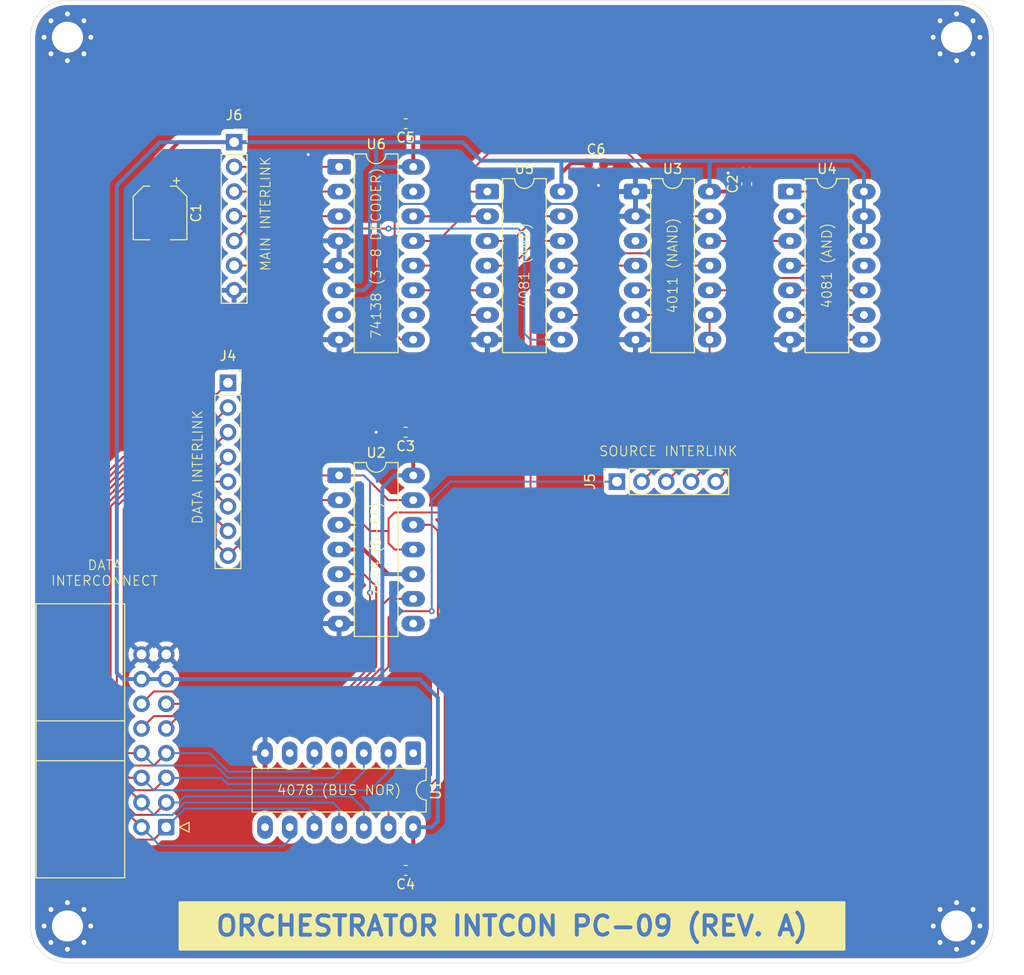
<source format=kicad_pcb>
(kicad_pcb (version 20241229) (generator "pcbnew") (generator_version "9.0")
  (title_block (title "Dual 8-Bit Register Unit") (date "2025-02-13") (rev "PC-01-A"))
  (layers (0 "F.Cu" signal) (2 "B.Cu" signal) (13 "F.Paste" user) (15 "B.Paste" user) (5 "F.SilkS" user "F.Silkscreen") (7 "B.SilkS" user "B.Silkscreen") (1 "F.Mask" user) (3 "B.Mask" user) (25 "Edge.Cuts" user))
  (net 0 "")
  (net 1 "/minusFlag")
  (net 2 "/zeroFlag")
  (net 6 "/zeroOnBus")
  (net 7 "/data3")
  (net 8 "GND")
  (net 9 "/data2")
  (net 10 "/clock")
  (net 11 "/data6")
  (net 12 "/data5")
  (net 13 "/data7")
  (net 14 "VCC")
  (net 15 "/data4")
  (net 16 "/data0")
  (net 17 "/data1")
  (net 18 "/~{reset}")
  (net 19 "/carryFlag")
  (net 20 "/dsrc0")
  (net 21 "/dtgt0")
  (net 22 "/dtgt2")
  (net 23 "/dsrc3")
  (net 24 "/dsrc2")
  (net 25 "/dsrc1")
  (net 26 "/dtgt1")
  (net 29 "/updateFlags")
  (net 30 "Net-(U6-~{Y6})")
  (net 32 "Net-(U6-~{Y2})")
  (net 33 "Net-(U6-~{Y4})")
  (net 34 "Net-(U6-~{Y3})")
  (net 35 "Net-(U6-~{Y1})")
  (net 39 "Net-(U5-Pad12)")
  (net 40 "Net-(U5-Pad13)")
  (net 41 "Net-(U4-Pad10)")
  (net 42 "Net-(U4-Pad2)")
  (net 43 "Net-(U3-Pad11)")
  (net 44 "Net-(U3-Pad12)")
  (net 45 "Net-(U3-Pad5)")
  (net 46 "Net-(U3-Pad4)")
  (net 48 "Net-(U3-Pad10)")
  (footprint "Connector_IDC:IDC-Header_2x08_P2.54mm_Horizontal" (layer "F.Cu") (at 54.61 107.95 180)
    (property "Reference" "DATA_BUS1" (hide yes))
    (property "Value" "Conn_01x16")
  )
  (footprint "Package_DIP:DIP-14_W7.62mm_LongPads" (layer "F.Cu") (at 80.01 100.33 -90)
    (property "Reference" "U1")
    (property "Value" "4078")
  )
  (footprint "Capacitor_SMD:C_0603_1608Metric" (layer "F.Cu") (at 114.3 41.77 90)
    (property "Reference" "C2")
    (property "Value" "C")
  )
  (footprint "Capacitor_SMD:C_0603_1608Metric" (layer "F.Cu") (at 98.819 39.624)
    (property "Reference" "C6")
    (property "Value" "C")
  )
  (footprint "Connector_PinSocket_2.54mm:PinSocket_1x08_P2.54mm_Vertical" (layer "F.Cu") (at 60.96 62.23)
    (property "Reference" "J4")
    (property "Value" "Conn_01x08")
  )
  (footprint "Connector_PinSocket_2.54mm:PinSocket_1x05_P2.54mm_Vertical" (layer "F.Cu") (at 100.96 72.39 90)
    (property "Reference" "J5")
    (property "Value" "Conn_01x05")
  )
  (footprint "Package_DIP:DIP-14_W7.62mm_LongPads" (layer "F.Cu") (at 72.39 71.755)
    (property "Reference" "U2")
    (property "Value" "74HC74")
  )
  (footprint "Package_DIP:DIP-16_W7.62mm_LongPads" (layer "F.Cu") (at 72.39 40.005)
    (property "Reference" "U6")
    (property "Value" "74HC138")
  )
  (footprint "Package_DIP:DIP-14_W7.62mm_LongPads" (layer "F.Cu") (at 102.87 42.545)
    (property "Reference" "U3")
    (property "Value" "4011")
  )
  (footprint "Capacitor_SMD:C_0603_1608Metric" (layer "F.Cu") (at 79.235 35.56 180)
    (property "Reference" "C5")
    (property "Value" "C")
  )
  (footprint "Package_DIP:DIP-14_W7.62mm_LongPads" (layer "F.Cu") (at 87.63 42.545)
    (property "Reference" "U5")
    (property "Value" "4081")
  )
  (footprint "MountingHole:MountingHole_3.2mm_M3_Pad_Via" (layer "F.Cu") (at 135.89 118.11)
    (property "Reference" "H3" (hide yes))
    (property "Value" "MountingHole_Pad")
  )
  (footprint "Capacitor_SMD:CP_Elec_5x5.3" (layer "F.Cu") (at 53.975 44.745 -90)
    (property "Reference" "C1")
    (property "Value" "C_Polarized")
  )
  (footprint "Capacitor_SMD:C_0603_1608Metric" (layer "F.Cu") (at 79.235 112.395 180)
    (property "Reference" "C4")
    (property "Value" "C")
  )
  (footprint "MountingHole:MountingHole_3.2mm_M3_Pad_Via" (layer "F.Cu") (at 44.45 26.67)
    (property "Reference" "H1" (hide yes))
    (property "Value" "MountingHole_Pad")
  )
  (footprint "Connector_PinSocket_2.54mm:PinSocket_1x07_P2.54mm_Vertical" (layer "F.Cu") (at 61.595 37.46)
    (property "Reference" "J6")
    (property "Value" "Conn_01x07")
  )
  (footprint "MountingHole:MountingHole_3.2mm_M3_Pad_Via" (layer "F.Cu") (at 135.89 26.67)
    (property "Reference" "H2" (hide yes))
    (property "Value" "MountingHole_Pad")
  )
  (footprint "Capacitor_SMD:C_0603_1608Metric" (layer "F.Cu") (at 79.235 67.31 180)
    (property "Reference" "C3")
    (property "Value" "C")
  )
  (footprint "MountingHole:MountingHole_3.2mm_M3_Pad_Via" (layer "F.Cu") (at 44.45 118.11)
    (property "Reference" "H4" (hide yes))
    (property "Value" "MountingHole_Pad")
  )
  (footprint "Package_DIP:DIP-14_W7.62mm_LongPads" (layer "F.Cu") (at 118.745 42.545)
    (property "Reference" "U4")
    (property "Value" "4081")
  )
  (gr_line (start 139.7 26.67) (end 139.7 118.11) (stroke (width 0.05)) (layer "Edge.Cuts"))
  (gr_arc (start 135.89 22.86) (mid 138.584077 23.975923) (end 139.7 26.67) (stroke (width 0.05)) (layer "Edge.Cuts"))
  (gr_line (start 40.64 118.11) (end 40.64 26.67) (stroke (width 0.05)) (layer "Edge.Cuts"))
  (gr_line (start 44.45 22.86) (end 135.89 22.86) (stroke (width 0.05)) (layer "Edge.Cuts"))
  (gr_line (start 135.89 121.92) (end 44.45 121.92) (stroke (width 0.05)) (layer "Edge.Cuts"))
  (gr_arc (start 44.45 121.92) (mid 41.755923 120.804077) (end 40.64 118.11) (stroke (width 0.05)) (layer "Edge.Cuts"))
  (gr_arc (start 139.7 118.11) (mid 138.584077 120.804077) (end 135.89 121.92) (stroke (width 0.05)) (layer "Edge.Cuts"))
  (gr_arc (start 40.64 26.67) (mid 41.755923 23.975923) (end 44.45 22.86) (stroke (width 0.05)) (layer "Edge.Cuts"))
  (gr_text "7474 (D-FF)" (at 76.2 79.375 90) (layer "F.SilkS") (effects (font (size 1 1) (thickness 0.1))))
  (gr_text "MAIN INTERLINK" (at 65.405 50.8 90) (layer "F.SilkS") (effects (font (size 1 1) (thickness 0.1)) (justify left bottom)))
  (gr_text "4078 (BUS NOR)" (at 72.39 104.14 0) (layer "F.SilkS") (effects (font (size 1 1) (thickness 0.1))))
  (gr_text "74138 (3-8 DECODER)" (at 76.2 48.895 90) (layer "F.SilkS") (effects (font (size 1 1) (thickness 0.1))))
  (gr_text "4081 (AND)" (at 91.44 50.165 90) (layer "F.SilkS") (effects (font (size 1 1) (thickness 0.1))))
  (gr_text "4011 (NAND)" (at 106.68 50.165 90) (layer "F.SilkS") (effects (font (size 1 1) (thickness 0.1))))
  (gr_text "DATA\nINTERCONNECT" (at 48.26 83.185 0) (layer "F.SilkS") (effects (font (size 1 1) (thickness 0.1)) (justify bottom)))
  (gr_text "DATA INTERLINK" (at 58.42 76.835 90) (layer "F.SilkS") (effects (font (size 1 1) (thickness 0.1)) (justify left bottom)))
  (gr_text "SOURCE INTERLINK" (at 99.06 69.85 0) (layer "F.SilkS") (effects (font (size 1 1) (thickness 0.1)) (justify left bottom)))
  (gr_text "4081 (AND)" (at 122.555 50.165 90) (layer "F.SilkS") (effects (font (size 1 1) (thickness 0.1))))
  (gr_text "ORCHESTRATOR INTCON PC-09 (REV. A)" (at 90.17 118.11 0) (layer "F.SilkS" knockout) (effects (font (size 2 2) (thickness 0.4) (bold yes))))
  (segment (start 54.61 95.25) (end 72.39 95.25) (width 0.2) (layer "F.Cu") (net 1))
  (segment (start 72.39 95.25) (end 76.2 91.44) (width 0.2) (layer "F.Cu") (net 1))
  (segment (start 76.2 83.185) (end 74.93 81.915) (width 0.2) (layer "F.Cu") (net 1))
  (segment (start 74.93 81.915) (end 72.39 81.915) (width 0.2) (layer "F.Cu") (net 1))
  (segment (start 76.2 91.44) (end 76.2 83.185) (width 0.2) (layer "F.Cu") (net 1))
  (segment (start 77.47 84.455) (end 80.01 84.455) (width 0.2) (layer "F.Cu") (net 2))
  (segment (start 53.34 96.52) (end 55.245 96.52) (width 0.2) (layer "F.Cu") (net 2))
  (segment (start 72.39 95.885) (end 55.88 95.885) (width 0.2) (layer "F.Cu") (net 2))
  (segment (start 76.835 91.44) (end 76.835 85.09) (width 0.2) (layer "F.Cu") (net 2))
  (segment (start 52.07 97.79) (end 53.34 96.52) (width 0.2) (layer "F.Cu") (net 2))
  (segment (start 55.88 95.885) (end 55.245 96.52) (width 0.2) (layer "F.Cu") (net 2))
  (segment (start 76.835 91.44) (end 72.39 95.885) (width 0.2) (layer "F.Cu") (net 2))
  (segment (start 76.835 85.09) (end 77.47 84.455) (width 0.2) (layer "F.Cu") (net 2))
  (segment (start 77.47 104.775) (end 77.47 107.95) (width 0.2) (layer "F.Cu") (net 6))
  (segment (start 78.105 104.14) (end 77.47 104.775) (width 0.2) (layer "F.Cu") (net 6))
  (segment (start 81.28 104.14) (end 78.105 104.14) (width 0.2) (layer "F.Cu") (net 6))
  (segment (start 82.55 77.47) (end 82.55 102.87) (width 0.2) (layer "F.Cu") (net 6))
  (segment (start 81.915 76.835) (end 82.55 77.47) (width 0.2) (layer "F.Cu") (net 6))
  (segment (start 82.55 102.87) (end 81.28 104.14) (width 0.2) (layer "F.Cu") (net 6))
  (segment (start 80.01 76.835) (end 81.915 76.835) (width 0.2) (layer "F.Cu") (net 6))
  (segment (start 50.165 71.755) (end 59.055 71.755) (width 0.2) (layer "F.Cu") (net 7))
  (segment (start 50.165 71.755) (end 46.99 74.93) (width 0.2) (layer "F.Cu") (net 7))
  (segment (start 52.07 105.41) (end 46.99 100.33) (width 0.2) (layer "F.Cu") (net 7))
  (segment (start 59.055 71.755) (end 60.96 69.85) (width 0.2) (layer "F.Cu") (net 7))
  (segment (start 46.99 100.33) (end 46.99 74.93) (width 0.2) (layer "F.Cu") (net 7))
  (segment (start 56.515 105.41) (end 71.755 105.41) (width 0.2) (layer "B.Cu") (net 7))
  (segment (start 72.39 106.045) (end 72.39 107.95) (width 0.2) (layer "B.Cu") (net 7))
  (segment (start 71.755 105.41) (end 72.39 106.045) (width 0.2) (layer "B.Cu") (net 7))
  (segment (start 53.34 106.68) (end 55.245 106.68) (width 0.2) (layer "B.Cu") (net 7))
  (segment (start 52.07 105.41) (end 53.34 106.68) (width 0.2) (layer "B.Cu") (net 7))
  (segment (start 55.245 106.68) (end 56.515 105.41) (width 0.2) (layer "B.Cu") (net 7))
  (via (at 76.2 67.31) (size 0.6) (drill 0.3) (layers "F.Cu" "B.Cu") (net 8))
  (via (at 112.395 40.64) (size 0.6) (drill 0.3) (layers "F.Cu" "B.Cu") (net 8))
  (via (at 99.06 41.91) (size 0.6) (drill 0.3) (layers "F.Cu" "B.Cu") (net 8))
  (via (at 69.215 38.735) (size 0.6) (drill 0.3) (layers "F.Cu" "B.Cu") (net 8))
  (segment (start 78.105 43.815) (end 98.425 43.815) (width 0.2) (layer "B.Cu") (net 8))
  (segment (start 51.435 106.68) (end 53.34 106.68) (width 0.2) (layer "F.Cu") (net 9))
  (segment (start 57.15 71.12) (end 50.165 71.12) (width 0.2) (layer "F.Cu") (net 9))
  (segment (start 46.355 101.6) (end 51.435 106.68) (width 0.2) (layer "F.Cu") (net 9))
  (segment (start 60.96 67.31) (end 57.15 71.12) (width 0.2) (layer "F.Cu") (net 9))
  (segment (start 53.34 106.68) (end 54.61 105.41) (width 0.2) (layer "F.Cu") (net 9))
  (segment (start 46.355 74.93) (end 46.355 101.6) (width 0.2) (layer "F.Cu") (net 9))
  (segment (start 46.355 74.93) (end 50.165 71.12) (width 0.2) (layer "F.Cu") (net 9))
  (segment (start 74.93 106.045) (end 74.93 107.95) (width 0.2) (layer "B.Cu") (net 9))
  (segment (start 73.66 104.775) (end 74.93 106.045) (width 0.2) (layer "B.Cu") (net 9))
  (segment (start 55.88 105.41) (end 56.515 104.775) (width 0.2) (layer "B.Cu") (net 9))
  (segment (start 56.515 104.775) (end 73.66 104.775) (width 0.2) (layer "B.Cu") (net 9))
  (segment (start 54.61 105.41) (end 55.88 105.41) (width 0.2) (layer "B.Cu") (net 9))
  (segment (start 77.47 46.355) (end 62.86 46.355) (width 0.2) (layer "F.Cu") (net 10))
  (segment (start 62.86 46.355) (end 61.595 47.62) (width 0.2) (layer "F.Cu") (net 10))
  (via (at 77.47 46.355) (size 0.6) (drill 0.3) (layers "F.Cu" "B.Cu") (net 10))
  (segment (start 91.44 57.15) (end 92.075 57.785) (width 0.2) (layer "B.Cu") (net 10))
  (segment (start 91.44 46.99) (end 91.44 57.15) (width 0.2) (layer "B.Cu") (net 10))
  (segment (start 77.47 46.355) (end 90.805 46.355) (width 0.2) (layer "B.Cu") (net 10))
  (segment (start 92.075 57.785) (end 95.25 57.785) (width 0.2) (layer "B.Cu") (net 10))
  (segment (start 90.805 46.355) (end 91.44 46.99) (width 0.2) (layer "B.Cu") (net 10))
  (segment (start 60.96 77.47) (end 57.15 73.66) (width 0.2) (layer "F.Cu") (net 11))
  (segment (start 48.895 74.93) (end 48.895 100.33) (width 0.2) (layer "F.Cu") (net 11))
  (segment (start 53.34 101.6) (end 54.61 100.33) (width 0.2) (layer "F.Cu") (net 11))
  (segment (start 57.15 73.66) (end 50.165 73.66) (width 0.2) (layer "F.Cu") (net 11))
  (segment (start 50.165 73.66) (end 48.895 74.93) (width 0.2) (layer "F.Cu") (net 11))
  (segment (start 50.165 101.6) (end 53.34 101.6) (width 0.2) (layer "F.Cu") (net 11))
  (segment (start 48.895 100.33) (end 50.165 101.6) (width 0.2) (layer "F.Cu") (net 11))
  (segment (start 60.96 102.235) (end 69.215 102.235) (width 0.2) (layer "B.Cu") (net 11))
  (segment (start 59.055 100.33) (end 60.96 102.235) (width 0.2) (layer "B.Cu") (net 11))
  (segment (start 69.85 101.6) (end 69.215 102.235) (width 0.2) (layer "B.Cu") (net 11))
  (segment (start 54.61 100.33) (end 59.055 100.33) (width 0.2) (layer "B.Cu") (net 11))
  (segment (start 69.85 100.33) (end 69.85 101.6) (width 0.2) (layer "B.Cu") (net 11))
  (segment (start 59.055 73.025) (end 50.165 73.025) (width 0.2) (layer "F.Cu") (net 12))
  (segment (start 48.26 74.93) (end 48.26 100.33) (width 0.2) (layer "F.Cu") (net 12))
  (segment (start 60.96 74.93) (end 59.055 73.025) (width 0.2) (layer "F.Cu") (net 12))
  (segment (start 48.26 100.33) (end 50.8 102.87) (width 0.2) (layer "F.Cu") (net 12))
  (segment (start 50.8 102.87) (end 52.07 102.87) (width 0.2) (layer "F.Cu") (net 12))
  (segment (start 50.165 73.025) (end 48.26 74.93) (width 0.2) (layer "F.Cu") (net 12))
  (segment (start 53.34 104.14) (end 75.565 104.14) (width 0.2) (layer "B.Cu") (net 12))
  (segment (start 75.565 104.14) (end 77.47 102.235) (width 0.2) (layer "B.Cu") (net 12))
  (segment (start 52.07 102.87) (end 53.34 104.14) (width 0.2) (layer "B.Cu") (net 12))
  (segment (start 77.47 102.235) (end 77.47 100.33) (width 0.2) (layer "B.Cu") (net 12))
  (segment (start 72.39 74.295) (end 66.675 74.295) (width 0.2) (layer "F.Cu") (net 13))
  (segment (start 59.69 76.835) (end 57.15 74.295) (width 0.2) (layer "F.Cu") (net 13))
  (segment (start 59.69 78.74) (end 59.69 76.835) (width 0.2) (layer "F.Cu") (net 13))
  (segment (start 60.96 80.01) (end 59.69 78.74) (width 0.2) (layer "F.Cu") (net 13))
  (segment (start 57.15 74.295) (end 50.165 74.295) (width 0.2) (layer "F.Cu") (net 13))
  (segment (start 49.53 99.695) (end 50.165 100.33) (width 0.2) (layer "F.Cu") (net 13))
  (segment (start 49.53 74.93) (end 49.53 99.695) (width 0.2) (layer "F.Cu") (net 13))
  (segment (start 50.165 74.295) (end 49.53 74.93) (width 0.2) (layer "F.Cu") (net 13))
  (segment (start 50.165 100.33) (end 52.07 100.33) (width 0.2) (layer "F.Cu") (net 13))
  (segment (start 66.675 74.295) (end 60.96 80.01) (width 0.2) (layer "F.Cu") (net 13))
  (segment (start 72.39 100.33) (end 72.39 102.235) (width 0.2) (layer "B.Cu") (net 13))
  (segment (start 53.34 101.6) (end 52.07 100.33) (width 0.2) (layer "B.Cu") (net 13))
  (segment (start 71.755 102.87) (end 60.96 102.87) (width 0.2) (layer "B.Cu") (net 13))
  (segment (start 72.39 102.235) (end 71.755 102.87) (width 0.2) (layer "B.Cu") (net 13))
  (segment (start 59.69 101.6) (end 53.34 101.6) (width 0.2) (layer "B.Cu") (net 13))
  (segment (start 60.96 102.87) (end 59.69 101.6) (width 0.2) (layer "B.Cu") (net 13))
  (segment (start 80.01 35.56) (end 80.01 40.005) (width 0.4) (layer "F.Cu") (net 14))
  (segment (start 80.01 67.31) (end 80.01 71.755) (width 0.4) (layer "F.Cu") (net 14))
  (segment (start 77.47 81.915) (end 80.01 81.915) (width 0.4) (layer "F.Cu") (net 14))
  (segment (start 95.25 40.64) (end 95.25 42.545) (width 0.4) (layer "F.Cu") (net 14))
  (segment (start 72.39 79.375) (end 74.93 79.375) (width 0.4) (layer "F.Cu") (net 14))
  (segment (start 74.93 79.375) (end 77.47 81.915) (width 0.4) (layer "F.Cu") (net 14))
  (segment (start 96.266 39.624) (end 95.25 40.64) (width 0.4) (layer "F.Cu") (net 14))
  (segment (start 53.975 42.545) (end 53.975 39.37) (width 0.4) (layer "F.Cu") (net 14))
  (segment (start 98.044 39.624) (end 96.266 39.624) (width 0.4) (layer "F.Cu") (net 14))
  (segment (start 55.885 37.46) (end 61.595 37.46) (width 0.4) (layer "F.Cu") (net 14))
  (segment (start 80.01 112.395) (end 80.01 107.95) (width 0.4) (layer "F.Cu") (net 14))
  (segment (start 114.3 42.545) (end 110.49 42.545) (width 0.4) (layer "F.Cu") (net 14))
  (segment (start 53.975 39.37) (end 55.885 37.46) (width 0.4) (layer "F.Cu") (net 14))
  (segment (start 110.49 39.37) (end 110.49 42.545) (width 0.4) (layer "B.Cu") (net 14))
  (segment (start 50.165 92.71) (end 52.07 92.71) (width 0.4) (layer "B.Cu") (net 14))
  (segment (start 80.005 37.46) (end 80.01 37.465) (width 0.4) (layer "B.Cu") (net 14))
  (segment (start 82.55 107.315) (end 81.915 107.95) (width 0.4) (layer "B.Cu") (net 14))
  (segment (start 58.425 37.46) (end 58.42 37.465) (width 0.4) (layer "B.Cu") (net 14))
  (segment (start 52.07 92.71) (end 54.61 92.71) (width 0.4) (layer "B.Cu") (net 14))
  (segment (start 49.53 41.91) (end 49.53 92.075) (width 0.4) (layer "B.Cu") (net 14))
  (segment (start 81.915 107.95) (end 80.01 107.95) (width 0.4) (layer "B.Cu") (net 14))
  (segment (start 74.93 52.705) (end 75.565 52.07) (width 0.4) (layer "B.Cu") (net 14))
  (segment (start 57.15 92.71) (end 76.2 92.71) (width 0.4) (layer "B.Cu") (net 14))
  (segment (start 54.61 92.71) (end 57.15 92.71) (width 0.4) (layer "B.Cu") (net 14))
  (segment (start 49.53 92.075) (end 50.165 92.71) (width 0.4) (layer "B.Cu") (net 14))
  (segment (start 126.365 42.545) (end 126.365 47.625) (width 0.4) (layer "B.Cu") (net 14))
  (segment (start 125.095 39.37) (end 110.49 39.37) (width 0.4) (layer "B.Cu") (net 14))
  (segment (start 86.995 39.37) (end 95.25 39.37) (width 0.4) (layer "B.Cu") (net 14))
  (segment (start 80.01 81.915) (end 76.835 81.915) (width 0.4) (layer "B.Cu") (net 14))
  (segment (start 110.49 39.37) (end 95.25 39.37) (width 0.4) (layer "B.Cu") (net 14))
  (segment (start 85.09 37.465) (end 86.995 39.37) (width 0.4) (layer "B.Cu") (net 14))
  (segment (start 80.645 92.71) (end 82.55 94.615) (width 0.4) (layer "B.Cu") (net 14))
  (segment (start 75.565 40.64) (end 76.2 40.005) (width 0.4) (layer "B.Cu") (net 14))
  (segment (start 76.835 92.71) (end 80.645 92.71) (width 0.4) (layer "B.Cu") (net 14))
  (segment (start 76.835 73.025) (end 76.835 81.915) (width 0.4) (layer "B.Cu") (net 14))
  (segment (start 53.975 37.465) (end 49.53 41.91) (width 0.4) (layer "B.Cu") (net 14))
  (segment (start 76.835 81.915) (end 76.835 92.71) (width 0.4) (layer "B.Cu") (net 14))
  (segment (start 76.2 40.005) (end 76.2 37.46) (width 0.4) (layer "B.Cu") (net 14))
  (segment (start 78.105 71.755) (end 80.01 71.755) (width 0.4) (layer "B.Cu") (net 14))
  (segment (start 80.01 37.465) (end 85.09 37.465) (width 0.4) (layer "B.Cu") (net 14))
  (segment (start 76.2 92.71) (end 76.835 92.71) (width 0.4) (layer "B.Cu") (net 14))
  (segment (start 126.365 42.545) (end 126.365 40.64) (width 0.4) (layer "B.Cu") (net 14))
  (segment (start 80.01 40.005) (end 76.2 40.005) (width 0.4) (layer "B.Cu") (net 14))
  (segment (start 61.595 37.46) (end 76.2 37.46) (width 0.4) (layer "B.Cu") (net 14))
  (segment (start 82.55 94.615) (end 82.55 107.315) (width 0.4) (layer "B.Cu") (net 14))
  (segment (start 126.365 40.64) (end 125.095 39.37) (width 0.4) (layer "B.Cu") (net 14))
  (segment (start 72.39 52.705) (end 74.93 52.705) (width 0.4) (layer "B.Cu") (net 14))
  (segment (start 78.105 71.755) (end 76.835 73.025) (width 0.4) (layer "B.Cu") (net 14))
  (segment (start 75.565 52.07) (end 75.565 40.64) (width 0.4) (layer "B.Cu") (net 14))
  (segment (start 58.42 37.465) (end 53.975 37.465) (width 0.4) (layer "B.Cu") (net 14))
  (segment (start 95.25 39.37) (end 95.25 42.545) (width 0.4) (layer "B.Cu") (net 14))
  (segment (start 76.2 37.46) (end 80.005 37.46) (width 0.4) (layer "B.Cu") (net 14))
  (segment (start 61.595 37.46) (end 58.425 37.46) (width 0.4) (layer "B.Cu") (net 14))
  (segment (start 51.435 104.14) (end 47.625 100.33) (width 0.2) (layer "F.Cu") (net 15))
  (segment (start 54.61 102.87) (end 53.34 104.14) (width 0.2) (layer "F.Cu") (net 15))
  (segment (start 47.625 100.33) (end 47.625 74.93) (width 0.2) (layer "F.Cu") (net 15))
  (segment (start 47.625 74.93) (end 50.165 72.39) (width 0.2) (layer "F.Cu") (net 15))
  (segment (start 50.165 72.39) (end 60.96 72.39) (width 0.2) (layer "F.Cu") (net 15))
  (segment (start 53.34 104.14) (end 51.435 104.14) (width 0.2) (layer "F.Cu") (net 15))
  (segment (start 73.66 103.505) (end 74.93 102.235) (width 0.2) (layer "B.Cu") (net 15))
  (segment (start 60.325 102.87) (end 60.96 103.505) (width 0.2) (layer "B.Cu") (net 15))
  (segment (start 54.61 102.87) (end 60.325 102.87) (width 0.2) (layer "B.Cu") (net 15))
  (segment (start 74.93 102.235) (end 74.93 100.33) (width 0.2) (layer "B.Cu") (net 15))
  (segment (start 60.96 103.505) (end 73.66 103.505) (width 0.2) (layer "B.Cu") (net 15))
  (segment (start 50.165 69.85) (end 45.085 74.93) (width 0.2) (layer "F.Cu") (net 16))
  (segment (start 60.96 62.23) (end 58.42 64.77) (width 0.2) (layer "F.Cu") (net 16))
  (segment (start 45.085 74.93) (end 45.085 102.87) (width 0.2) (layer "F.Cu") (net 16))
  (segment (start 58.42 68.58) (end 58.42 64.77) (width 0.2) (layer "F.Cu") (net 16))
  (segment (start 58.42 68.58) (end 57.15 69.85) (width 0.2) (layer "F.Cu") (net 16))
  (segment (start 51.435 109.22) (end 53.34 109.22) (width 0.2) (layer "F.Cu") (net 16))
  (segment (start 45.085 102.87) (end 51.435 109.22) (width 0.2) (layer "F.Cu") (net 16))
  (segment (start 50.165 69.85) (end 57.15 69.85) (width 0.2) (layer "F.Cu") (net 16))
  (segment (start 53.34 109.22) (end 54.61 107.95) (width 0.2) (layer "F.Cu") (net 16))
  (segment (start 69.85 106.68) (end 69.85 107.95) (width 0.2) (layer "B.Cu") (net 16))
  (segment (start 56.515 106.045) (end 69.215 106.045) (width 0.2) (layer "B.Cu") (net 16))
  (segment (start 69.215 106.045) (end 69.85 106.68) (width 0.2) (layer "B.Cu") (net 16))
  (segment (start 54.61 107.95) (end 56.515 106.045) (width 0.2) (layer "B.Cu") (net 16))
  (segment (start 60.96 64.77) (end 59.055 66.675) (width 0.2) (layer "F.Cu") (net 17))
  (segment (start 50.165 70.485) (end 45.72 74.93) (width 0.2) (layer "F.Cu") (net 17))
  (segment (start 59.055 68.58) (end 57.15 70.485) (width 0.2) (layer "F.Cu") (net 17))
  (segment (start 45.72 74.93) (end 45.72 101.6) (width 0.2) (layer "F.Cu") (net 17))
  (segment (start 45.72 101.6) (end 52.07 107.95) (width 0.2) (layer "F.Cu") (net 17))
  (segment (start 59.055 66.675) (end 59.055 68.58) (width 0.2) (layer "F.Cu") (net 17))
  (segment (start 57.15 70.485) (end 50.165 70.485) (width 0.2) (layer "F.Cu") (net 17))
  (segment (start 52.07 107.95) (end 53.975 109.855) (width 0.2) (layer "B.Cu") (net 17))
  (segment (start 53.975 109.855) (end 66.675 109.855) (width 0.2) (layer "B.Cu") (net 17))
  (segment (start 66.675 109.855) (end 67.31 109.22) (width 0.2) (layer "B.Cu") (net 17))
  (segment (start 67.31 109.22) (end 67.31 107.95) (width 0.2) (layer "B.Cu") (net 17))
  (segment (start 52.07 95.25) (end 53.34 93.98) (width 0.2) (layer "F.Cu") (net 18))
  (segment (start 72.39 94.615) (end 75.565 91.44) (width 0.2) (layer "F.Cu") (net 18))
  (segment (start 53.34 93.98) (end 55.245 93.98) (width 0.2) (layer "F.Cu") (net 18))
  (segment (start 66.675 71.755) (end 72.39 71.755) (width 0.2) (layer "F.Cu") (net 18))
  (segment (start 55.88 94.615) (end 60.96 94.615) (width 0.2) (layer "F.Cu") (net 18))
  (segment (start 55.245 93.98) (end 55.88 94.615) (width 0.2) (layer "F.Cu") (net 18))
  (segment (start 62.865 50.165) (end 64.135 51.435) (width 0.2) (layer "F.Cu") (net 18))
  (segment (start 62.865 50.16) (end 62.865 50.165) (width 0.2) (layer "F.Cu") (net 18))
  (segment (start 74.93 71.755) (end 72.39 71.755) (width 0.2) (layer "F.Cu") (net 18))
  (segment (start 61.595 50.16) (end 62.865 50.16) (width 0.2) (layer "F.Cu") (net 18))
  (segment (start 64.135 69.215) (end 66.675 71.755) (width 0.2) (layer "F.Cu") (net 18))
  (segment (start 77.47 74.295) (end 74.93 71.755) (width 0.2) (layer "F.Cu") (net 18))
  (segment (start 75.565 91.44) (end 75.565 83.82) (width 0.2) (layer "F.Cu") (net 18))
  (segment (start 80.01 74.295) (end 77.47 74.295) (width 0.2) (layer "F.Cu") (net 18))
  (segment (start 60.96 94.615) (end 72.39 94.615) (width 0.2) (layer "F.Cu") (net 18))
  (segment (start 64.135 51.435) (end 64.135 69.215) (width 0.2) (layer "F.Cu") (net 18))
  (via (at 75.565 83.82) (size 0.6) (drill 0.3) (layers "F.Cu" "B.Cu") (net 18))
  (segment (start 75.565 72.39) (end 74.93 71.755) (width 0.2) (layer "B.Cu") (net 18))
  (segment (start 74.93 71.755) (end 72.39 71.755) (width 0.2) (layer "B.Cu") (net 18))
  (segment (start 75.565 83.82) (end 75.565 72.39) (width 0.2) (layer "B.Cu") (net 18))
  (segment (start 72.39 96.52) (end 77.47 91.44) (width 0.2) (layer "F.Cu") (net 19))
  (segment (start 78.105 85.725) (end 81.915 85.725) (width 0.2) (layer "F.Cu") (net 19))
  (segment (start 55.88 96.52) (end 72.39 96.52) (width 0.2) (layer "F.Cu") (net 19))
  (segment (start 54.61 97.79) (end 55.88 96.52) (width 0.2) (layer "F.Cu") (net 19))
  (segment (start 77.47 91.44) (end 77.47 86.36) (width 0.2) (layer "F.Cu") (net 19))
  (segment (start 77.47 86.36) (end 78.105 85.725) (width 0.2) (layer "F.Cu") (net 19))
  (via (at 81.915 85.725) (size 0.6) (drill 0.3) (layers "F.Cu" "B.Cu") (net 19))
  (segment (start 81.915 85.725) (end 81.915 74.295) (width 0.2) (layer "B.Cu") (net 19))
  (segment (start 83.82 72.39) (end 100.96 72.39) (width 0.2) (layer "B.Cu") (net 19))
  (segment (start 81.915 74.295) (end 83.82 72.39) (width 0.2) (layer "B.Cu") (net 19))
  (segment (start 107.95 67.945) (end 110.49 65.405) (width 0.2) (layer "F.Cu") (net 20))
  (segment (start 110.49 65.405) (end 110.49 57.785) (width 0.2) (layer "F.Cu") (net 20))
  (segment (start 103.5 72.39) (end 107.945 67.945) (width 0.2) (layer "F.Cu") (net 20))
  (segment (start 110.49 55.245) (end 110.49 57.785) (width 0.2) (layer "F.Cu") (net 20))
  (segment (start 107.945 67.945) (end 107.95 67.945) (width 0.2) (layer "F.Cu") (net 20))
  (segment (start 61.595 40) (end 72.385 40) (width 0.2) (layer "F.Cu") (net 21))
  (segment (start 72.385 40) (end 72.39 40.005) (width 0.2) (layer "F.Cu") (net 21))
  (segment (start 72.385 45.08) (end 72.39 45.085) (width 0.2) (layer "F.Cu") (net 22))
  (segment (start 61.595 45.08) (end 72.385 45.08) (width 0.2) (layer "F.Cu") (net 22))
  (segment (start 121.285 69.215) (end 114.295 69.215) (width 0.2) (layer "F.Cu") (net 23))
  (segment (start 126.365 57.785) (end 124.46 57.785) (width 0.2) (layer "F.Cu") (net 23))
  (segment (start 124.46 57.785) (end 123.19 59.055) (width 0.2) (layer "F.Cu") (net 23))
  (segment (start 123.19 59.055) (end 123.19 67.31) (width 0.2) (layer "F.Cu") (net 23))
  (segment (start 123.19 67.31) (end 121.285 69.215) (width 0.2) (layer "F.Cu") (net 23))
  (segment (start 114.295 69.215) (end 111.12 72.39) (width 0.2) (layer "F.Cu") (net 23))
  (segment (start 121.285 68.58) (end 122.555 67.31) (width 0.2) (layer "F.Cu") (net 24))
  (segment (start 108.58 72.39) (end 112.39 68.58) (width 0.2) (layer "F.Cu") (net 24))
  (segment (start 122.555 67.31) (end 122.555 56.515) (width 0.2) (layer "F.Cu") (net 24))
  (segment (start 123.825 55.245) (end 126.365 55.245) (width 0.2) (layer "F.Cu") (net 24))
  (segment (start 112.39 68.58) (end 121.285 68.58) (width 0.2) (layer "F.Cu") (net 24))
  (segment (start 122.555 56.515) (end 123.825 55.245) (width 0.2) (layer "F.Cu") (net 24))
  (segment (start 120.65 55.245) (end 121.92 56.515) (width 0.2) (layer "F.Cu") (net 25))
  (segment (start 121.92 56.515) (end 121.92 67.31) (width 0.2) (layer "F.Cu") (net 25))
  (segment (start 121.285 67.945) (end 110.485 67.945) (width 0.2) (layer "F.Cu") (net 25))
  (segment (start 118.745 55.245) (end 120.65 55.245) (width 0.2) (layer "F.Cu") (net 25))
  (segment (start 110.485 67.945) (end 106.04 72.39) (width 0.2) (layer "F.Cu") (net 25))
  (segment (start 121.92 67.31) (end 121.285 67.945) (width 0.2) (layer "F.Cu") (net 25))
  (segment (start 72.39 42.545) (end 61.6 42.545) (width 0.2) (layer "F.Cu") (net 26))
  (segment (start 61.6 42.545) (end 61.595 42.54) (width 0.2) (layer "F.Cu") (net 26))
  (segment (start 72.39 76.835) (end 74.93 76.835) (width 0.2) (layer "F.Cu") (net 29))
  (segment (start 95.25 52.705) (end 92.71 52.705) (width 0.2) (layer "F.Cu") (net 29))
  (segment (start 92.075 53.34) (end 92.075 74.295) (width 0.2) (layer "F.Cu") (net 29))
  (segment (start 77.47 76.835) (end 77.47 76.2) (width 0.2) (layer "F.Cu") (net 29))
  (segment (start 75.565 77.47) (end 74.93 76.835) (width 0.2) (layer "F.Cu") (net 29))
  (segment (start 77.47 76.2) (end 78.105 75.565) (width 0.2) (layer "F.Cu") (net 29))
  (segment (start 77.47 78.74) (end 78.105 79.375) (width 0.2) (layer "F.Cu") (net 29))
  (segment (start 90.805 75.565) (end 78.74 75.565) (width 0.2) (layer "F.Cu") (net 29))
  (segment (start 77.47 76.835) (end 77.47 77.47) (width 0.2) (layer "F.Cu") (net 29))
  (segment (start 77.47 77.47) (end 77.47 78.74) (width 0.2) (layer "F.Cu") (net 29))
  (segment (start 78.105 79.375) (end 80.01 79.375) (width 0.2) (layer "F.Cu") (net 29))
  (segment (start 78.74 75.565) (end 78.105 75.565) (width 0.2) (layer "F.Cu") (net 29))
  (segment (start 92.71 52.705) (end 92.075 53.34) (width 0.2) (layer "F.Cu") (net 29))
  (segment (start 77.47 77.47) (end 75.565 77.47) (width 0.2) (layer "F.Cu") (net 29))
  (segment (start 92.075 74.295) (end 90.805 75.565) (width 0.2) (layer "F.Cu") (net 29))
  (segment (start 78.74 57.785) (end 78.105 57.15) (width 0.2) (layer "F.Cu") (net 30))
  (segment (start 108.585 45.085) (end 110.49 45.085) (width 0.2) (layer "F.Cu") (net 30))
  (segment (start 78.74 43.815) (end 82.55 43.815) (width 0.2) (layer "F.Cu") (net 30))
  (segment (start 82.55 43.815) (end 87.757 38.608) (width 0.2) (layer "F.Cu") (net 30))
  (segment (start 78.105 44.45) (end 78.74 43.815) (width 0.2) (layer "F.Cu") (net 30))
  (segment (start 102.108 38.608) (end 108.585 45.085) (width 0.2) (layer "F.Cu") (net 30))
  (segment (start 87.757 38.608) (end 102.108 38.608) (width 0.2) (layer "F.Cu") (net 30))
  (segment (start 80.01 57.785) (end 78.74 57.785) (width 0.2) (layer "F.Cu") (net 30))
  (segment (start 78.105 57.15) (end 78.105 44.45) (width 0.2) (layer "F.Cu") (net 30))
  (segment (start 85.09 45.085) (end 82.55 47.625) (width 0.2) (layer "F.Cu") (net 32))
  (segment (start 82.55 47.625) (end 80.01 47.625) (width 0.2) (layer "F.Cu") (net 32))
  (segment (start 86.995 45.085) (end 85.09 45.085) (width 0.2) (layer "F.Cu") (net 32))
  (segment (start 86.995 55.245) (end 85.09 55.245) (width 0.2) (layer "F.Cu") (net 33))
  (segment (start 82.55 52.705) (end 80.01 52.705) (width 0.2) (layer "F.Cu") (net 33))
  (segment (start 85.09 55.245) (end 82.55 52.705) (width 0.2) (layer "F.Cu") (net 33))
  (segment (start 85.09 52.705) (end 86.995 52.705) (width 0.2) (layer "F.Cu") (net 34))
  (segment (start 82.55 50.165) (end 85.09 52.705) (width 0.2) (layer "F.Cu") (net 34))
  (segment (start 80.01 50.165) (end 82.55 50.165) (width 0.2) (layer "F.Cu") (net 34))
  (segment (start 80.01 45.085) (end 82.55 45.085) (width 0.2) (layer "F.Cu") (net 35))
  (segment (start 85.09 42.545) (end 86.995 42.545) (width 0.2) (layer "F.Cu") (net 35))
  (segment (start 82.55 45.085) (end 85.09 42.545) (width 0.2) (layer "F.Cu") (net 35))
  (segment (start 95.25 47.625) (end 92.71 47.625) (width 0.2) (layer "F.Cu") (net 39))
  (segment (start 90.17 50.165) (end 87.63 50.165) (width 0.2) (layer "F.Cu") (net 39))
  (segment (start 92.71 47.625) (end 90.17 50.165) (width 0.2) (layer "F.Cu") (net 39))
  (segment (start 87.63 47.625) (end 90.17 47.625) (width 0.2) (layer "F.Cu") (net 40))
  (segment (start 90.17 47.625) (end 92.71 45.085) (width 0.2) (layer "F.Cu") (net 40))
  (segment (start 92.71 45.085) (end 95.25 45.085) (width 0.2) (layer "F.Cu") (net 40))
  (segment (start 118.745 52.705) (end 126.365 52.705) (width 0.2) (layer "F.Cu") (net 41))
  (segment (start 118.745 50.165) (end 120.65 50.165) (width 0.2) (layer "F.Cu") (net 42))
  (segment (start 120.65 50.165) (end 121.285 49.53) (width 0.2) (layer "F.Cu") (net 42))
  (segment (start 121.285 49.53) (end 121.285 45.72) (width 0.2) (layer "F.Cu") (net 42))
  (segment (start 120.65 45.085) (end 118.745 45.085) (width 0.2) (layer "F.Cu") (net 42))
  (segment (start 121.285 45.72) (end 120.65 45.085) (width 0.2) (layer "F.Cu") (net 42))
  (segment (start 106.045 55.245) (end 102.87 55.245) (width 0.2) (layer "F.Cu") (net 43))
  (segment (start 106.68 54.61) (end 106.045 55.245) (width 0.2) (layer "F.Cu") (net 43))
  (segment (start 107.315 50.165) (end 106.68 50.8) (width 0.2) (layer "F.Cu") (net 43))
  (segment (start 110.49 50.165) (end 107.315 50.165) (width 0.2) (layer "F.Cu") (net 43))
  (segment (start 106.68 50.8) (end 106.68 54.61) (width 0.2) (layer "F.Cu") (net 43))
  (segment (start 118.745 47.625) (end 110.49 47.625) (width 0.2) (layer "F.Cu") (net 44))
  (segment (start 99.695 48.895) (end 105.41 48.895) (width 0.2) (layer "F.Cu") (net 45))
  (segment (start 95.25 50.165) (end 98.425 50.165) (width 0.2) (layer "F.Cu") (net 45))
  (segment (start 106.045 49.53) (end 106.045 52.07) (width 0.2) (layer "F.Cu") (net 45))
  (segment (start 105.41 48.895) (end 106.045 49.53) (width 0.2) (layer "F.Cu") (net 45))
  (segment (start 98.425 50.165) (end 99.695 48.895) (width 0.2) (layer "F.Cu") (net 45))
  (segment (start 105.41 52.705) (end 102.87 52.705) (width 0.2) (layer "F.Cu") (net 45))
  (segment (start 106.045 52.07) (end 105.41 52.705) (width 0.2) (layer "F.Cu") (net 45))
  (segment (start 99.695 50.165) (end 99.06 50.8) (width 0.2) (layer "F.Cu") (net 46))
  (segment (start 99.06 54.61) (end 98.425 55.245) (width 0.2) (layer "F.Cu") (net 46))
  (segment (start 102.87 50.165) (end 99.695 50.165) (width 0.2) (layer "F.Cu") (net 46))
  (segment (start 99.06 50.8) (end 99.06 54.61) (width 0.2) (layer "F.Cu") (net 46))
  (segment (start 98.425 55.245) (end 95.25 55.245) (width 0.2) (layer "F.Cu") (net 46))
  (segment (start 121.92 50.165) (end 121.92 43.815) (width 0.2) (layer "F.Cu") (net 48))
  (segment (start 110.49 52.705) (end 113.665 52.705) (width 0.2) (layer "F.Cu") (net 48))
  (segment (start 121.92 43.815) (end 120.65 42.545) (width 0.2) (layer "F.Cu") (net 48))
  (segment (start 120.65 42.545) (end 118.745 42.545) (width 0.2) (layer "F.Cu") (net 48))
  (segment (start 113.665 52.705) (end 114.935 51.435) (width 0.2) (layer "F.Cu") (net 48))
  (segment (start 120.65 51.435) (end 121.92 50.165) (width 0.2) (layer "F.Cu") (net 48))
  (segment (start 114.935 51.435) (end 120.65 51.435) (width 0.2) (layer "F.Cu") (net 48))
  (zone (net 8) (net_name "GND") (layer "F.Cu") (priority 1) (connect_pads (clearance 0.5)) (min_thickness 0.25) (fill yes (thermal_gap 0.5) (thermal_bridge_width 0.5))
    (polygon (pts (xy 40.64 22.86) (xy 139.7 22.86) (xy 139.7 121.92) (xy 40.64 121.92)))
  )
  (zone (net 8) (net_name "GND") (layer "B.Cu") (connect_pads (clearance 0.5)) (min_thickness 0.25) (fill yes (thermal_gap 0.5) (thermal_bridge_width 0.5))
    (polygon (pts (xy 40.64 22.86) (xy 40.64 121.92) (xy 139.7 121.92) (xy 139.7 22.86)))
  )
  (zone (net 0) (net_name "") (layer "F.SilkS") (connect_pads (clearance 0.5)) (min_thickness 0.25) (fill yes (thermal_gap 0.5) (thermal_bridge_width 0.5))
    (polygon (pts (xy 124.46 115.57) (xy 55.88 115.57) (xy 55.88 120.65) (xy 124.46 120.65)))
  )
)
</source>
